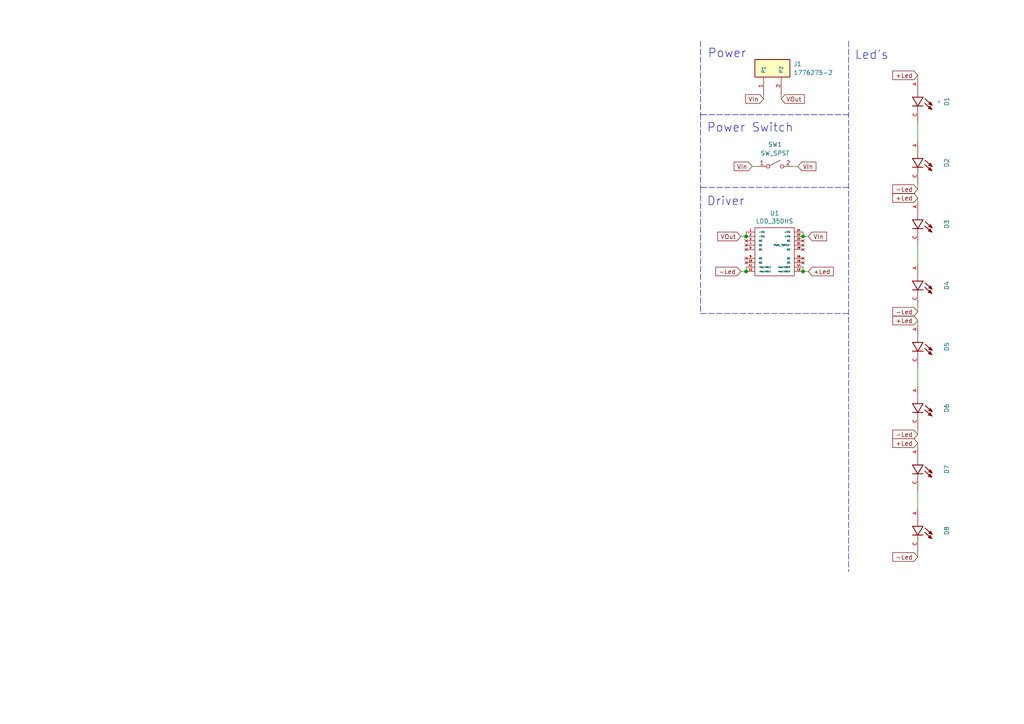
<source format=kicad_sch>
(kicad_sch (version 20230121) (generator eeschema)
  (paper "A4")
  (lib_symbols
    (symbol "1776275-2:1776275-2" (pin_names (offset 1.016))
      (property "Reference" "J" (at -2.5419 5.8463 0))
      (property "Value" "1776275-2" (at -2.5405 -7.6215 0))
      (symbol "1776275-2_0_0"
        (rectangle (start -2.54 -5.08) (end 2.54 5.08) (stroke (width 0.254)) (fill (type background)))
        (pin passive line (at -7.62 2.54 0) (length 5.08) (name "P1") (number "1"))
        (pin passive line (at -7.62 -2.54 0) (length 5.08) (name "P2") (number "2"))
      )
    )
    (symbol "K40-LED_PCB-rescue:LDD_350HS-LDD-350HS_SYMBOL" (pin_names (offset 1.016))
      (property "Reference" "U" (at 0 -19.05 0))
      (property "Value" "LDD_350HS-LDD-350HS_SYMBOL" (at 0 -1.905 0))
      (symbol "LDD_350HS-LDD-350HS_SYMBOL_0_1"
        (rectangle (start -5.715 -3.175) (end 5.715 -17.145))
      )
      (symbol "LDD_350HS-LDD-350HS_SYMBOL_1_1"
        (pin input line (at -8.255 -4.445 0) (length 2.54) (name "-Vin") (number "1"))
        (pin no_connect line (at -8.255 -13.335 0) (length 2.54) (name "NC") (number "10"))
        (pin output line (at -8.255 -14.605 0) (length 2.54) (name "-Vout_\"LED(-)") (number "11"))
        (pin output line (at -8.255 -15.875 0) (length 2.54) (name "-Vout_\"LED(-)") (number "12"))
        (pin output line (at 8.255 -15.875 180) (length 2.54) (name "+Vout_\"LED(+)\"") (number "13"))
        (pin output line (at 8.255 -14.605 180) (length 2.54) (name "+Vout_\"LED(+)\"") (number "14"))
        (pin no_connect line (at 8.255 -13.335 180) (length 2.54) (name "NC") (number "15"))
        (pin no_connect line (at 8.255 -12.065 180) (length 2.54) (name "NC") (number "16"))
        (pin input line (at -8.255 -5.715 0) (length 2.54) (name "-Vin") (number "2"))
        (pin no_connect line (at 8.255 -9.525 180) (length 2.54) (name "NC") (number "20"))
        (pin no_connect line (at 8.255 -8.255 180) (length 2.54) (name "PWM_\"OPEN\"") (number "21"))
        (pin no_connect line (at 8.255 -6.985 180) (length 2.54) (name "NC") (number "22"))
        (pin input line (at 8.255 -5.715 180) (length 2.54) (name "+Vin") (number "23"))
        (pin input line (at 8.255 -4.445 180) (length 2.54) (name "+Vin") (number "24"))
        (pin no_connect line (at -8.255 -6.985 0) (length 2.54) (name "NC") (number "3"))
        (pin no_connect line (at -8.255 -8.255 0) (length 2.54) (name "NC") (number "4"))
        (pin no_connect line (at -8.255 -9.525 0) (length 2.54) (name "NC") (number "5"))
        (pin no_connect line (at -8.255 -12.065 0) (length 2.54) (name "NC") (number "9"))
      )
    )
    (symbol "K40-LED_PCB-rescue:LTST-C190KGKT-LTST-C190KGKT" (pin_names (offset 1.016) hide)
      (property "Reference" "D" (at -3.0988 4.4958 0))
      (property "Value" "LTST-C190KGKT-LTST-C190KGKT" (at -3.556 -3.302 0))
      (symbol "LTST-C190KGKT-LTST-C190KGKT_0_0"
        (polyline (pts (xy -2.54 -1.524) (xy 0 0)) (stroke (width 0.254)))
        (polyline (pts (xy -2.54 0) (xy -5.08 0)) (stroke (width 0.1524)))
        (polyline (pts (xy -2.54 0) (xy -2.54 -1.524)) (stroke (width 0.254)))
        (polyline (pts (xy -2.54 1.524) (xy -2.54 0)) (stroke (width 0.254)))
        (polyline (pts (xy -1.1176 3.683) (xy -0.2286 4.1656)) (stroke (width 0.254)))
        (polyline (pts (xy -0.9398 3.6068) (xy -0.7112 3.7592)) (stroke (width 0.254)))
        (polyline (pts (xy -0.5588 3.2004) (xy -1.1176 3.683)) (stroke (width 0.254)))
        (polyline (pts (xy -0.5588 3.2004) (xy -0.5334 3.937)) (stroke (width 0.254)))
        (polyline (pts (xy -0.5334 3.937) (xy -0.6604 3.937)) (stroke (width 0.254)))
        (polyline (pts (xy -0.2286 4.1656) (xy -2.0066 2.1336)) (stroke (width 0.254)))
        (polyline (pts (xy -0.2286 4.1656) (xy -0.5588 3.2004)) (stroke (width 0.254)))
        (polyline (pts (xy 0 0) (xy -2.54 1.524)) (stroke (width 0.254)))
        (polyline (pts (xy 0 1.524) (xy 0 -1.524)) (stroke (width 0.254)))
        (polyline (pts (xy 0.127 3.5814) (xy 1.016 4.064)) (stroke (width 0.254)))
        (polyline (pts (xy 0.3048 3.5052) (xy 0.5334 3.6576)) (stroke (width 0.254)))
        (polyline (pts (xy 0.6858 3.0988) (xy 0.127 3.5814)) (stroke (width 0.254)))
        (polyline (pts (xy 0.6858 3.0988) (xy 0.7112 3.8354)) (stroke (width 0.254)))
        (polyline (pts (xy 0.7112 3.8354) (xy 0.5842 3.8354)) (stroke (width 0.254)))
        (polyline (pts (xy 1.016 4.064) (xy -0.762 2.032)) (stroke (width 0.254)))
        (polyline (pts (xy 1.016 4.064) (xy 0.6858 3.0988)) (stroke (width 0.254)))
        (pin passive line (at -7.62 0 0) (length 2.54) (name "~") (number "A"))
        (pin passive line (at 5.08 0 180) (length 5.08) (name "~") (number "C"))
      )
    )
    (symbol "Switch:SW_SPST" (pin_names (offset 0) hide)
      (property "Reference" "SW" (at 0 3.175 0))
      (property "Value" "SW_SPST" (at 0 -2.54 0))
      (symbol "SW_SPST_0_0"
        (circle (center -2.032 0) (radius 0.508))
        (polyline (pts (xy -1.524 0.254) (xy 1.524 1.778)))
        (circle (center 2.032 0) (radius 0.508))
      )
      (symbol "SW_SPST_1_1"
        (pin passive line (at -5.08 0 0) (length 2.54) (name "A") (number "1"))
        (pin passive line (at 5.08 0 180) (length 2.54) (name "B") (number "2"))
      )
    )
  )
  (junction (at 216.408 68.58))
  (junction (at 232.918 78.74))
  (junction (at 232.918 68.58))
  (junction (at 216.408 78.74))
  (wire (pts (xy 266.192 53.594) (xy 266.192 54.864)))
  (wire (pts (xy 266.192 92.964) (xy 266.192 94.234)))
  (wire (pts (xy 226.568 27.432) (xy 226.568 28.702)))
  (polyline (pts (xy 203.2 90.932) (xy 246.126 90.932)) (stroke (width 0) (type dash)))
  (wire (pts (xy 216.408 67.31) (xy 216.408 68.58)))
  (wire (pts (xy 266.192 71.374) (xy 266.192 76.454)))
  (wire (pts (xy 266.192 21.844) (xy 266.192 23.114)))
  (wire (pts (xy 266.192 124.714) (xy 266.192 125.984)))
  (wire (pts (xy 266.192 35.814) (xy 266.192 40.894)))
  (wire (pts (xy 266.192 57.404) (xy 266.192 58.674)))
  (polyline (pts (xy 246.126 33.274) (xy 203.2 33.274)) (stroke (width 0) (type dash)))
  (polyline (pts (xy 203.2 54.356) (xy 203.2 90.932)) (stroke (width 0) (type dash)))
  (wire (pts (xy 214.884 78.74) (xy 216.408 78.74)))
  (polyline (pts (xy 246.126 11.938) (xy 246.126 165.862)) (stroke (width 0) (type dash)))
  (wire (pts (xy 232.918 78.74) (xy 234.442 78.74)))
  (wire (pts (xy 266.192 106.934) (xy 266.192 112.014)))
  (wire (pts (xy 221.488 27.432) (xy 221.488 28.702)))
  (wire (pts (xy 216.408 77.47) (xy 216.408 78.74)))
  (wire (pts (xy 266.192 160.274) (xy 266.192 161.544)))
  (wire (pts (xy 266.192 89.154) (xy 266.192 90.424)))
  (wire (pts (xy 219.71 48.26) (xy 218.186 48.26)))
  (wire (pts (xy 214.884 68.58) (xy 216.408 68.58)))
  (wire (pts (xy 266.192 128.524) (xy 266.192 129.794)))
  (wire (pts (xy 232.918 67.31) (xy 232.918 68.58)))
  (polyline (pts (xy 203.2 11.938) (xy 203.2 33.274)) (stroke (width 0) (type dash)))
  (wire (pts (xy 232.918 77.47) (xy 232.918 78.74)))
  (polyline (pts (xy 203.2 33.02) (xy 203.2 54.356)) (stroke (width 0) (type dash)))
  (wire (pts (xy 266.192 142.494) (xy 266.192 147.574)))
  (wire (pts (xy 232.918 68.58) (xy 234.442 68.58)))
  (polyline (pts (xy 246.126 54.356) (xy 203.2 54.356)) (stroke (width 0) (type dash)))
  (wire (pts (xy 229.87 48.26) (xy 231.394 48.26)))
  (text "Power" (at 205.232 17.018 0) (effects (font (size 2.5 2.5)) (justify left bottom)))
  (text "Led's" (at 247.904 17.526 0) (effects (font (size 2.5 2.5)) (justify left bottom)))
  (text "Driver" (at 204.978 59.944 0) (effects (font (size 2.5 2.5)) (justify left bottom)))
  (text "Power Switch" (at 204.978 38.608 0) (effects (font (size 2.5 2.5)) (justify left bottom)))
  (global_label "VOut" (shape input) (at 226.568 28.702 0) (property "Intersheetrefs" "${INTERSHEET_REFS}" (effects hide)))
  (global_label "-Led" (shape input) (at 266.192 125.984 180) (property "Intersheetrefs" "${INTERSHEET_REFS}" (effects hide)))
  (global_label "+Led" (shape input) (at 266.192 57.404 180) (property "Intersheetrefs" "${INTERSHEET_REFS}" (effects hide)))
  (global_label "-Led" (shape input) (at 214.884 78.74 180) (property "Intersheetrefs" "${INTERSHEET_REFS}" (effects hide)))
  (global_label "VIn" (shape input) (at 218.186 48.26 180) (property "Intersheetrefs" "${INTERSHEET_REFS}" (effects hide)))
  (global_label "-Led" (shape input) (at 266.192 90.424 180) (property "Intersheetrefs" "${INTERSHEET_REFS}" (effects hide)))
  (global_label "+Led" (shape input) (at 266.192 128.524 180) (property "Intersheetrefs" "${INTERSHEET_REFS}" (effects hide)))
  (global_label "+Led" (shape input) (at 234.442 78.74 0) (property "Intersheetrefs" "${INTERSHEET_REFS}" (effects hide)))
  (global_label "-Led" (shape input) (at 266.192 161.544 180) (property "Intersheetrefs" "${INTERSHEET_REFS}" (effects hide)))
  (global_label "VIn" (shape input) (at 234.442 68.58 0) (property "Intersheetrefs" "${INTERSHEET_REFS}" (effects hide)))
  (global_label "VOut" (shape input) (at 214.884 68.58 180) (property "Intersheetrefs" "${INTERSHEET_REFS}" (effects hide)))
  (global_label "VIn" (shape input) (at 221.488 28.702 180) (property "Intersheetrefs" "${INTERSHEET_REFS}" (effects hide)))
  (global_label "+Led" (shape input) (at 266.192 21.844 180) (property "Intersheetrefs" "${INTERSHEET_REFS}" (effects hide)))
  (global_label "-Led" (shape input) (at 266.192 54.864 180) (property "Intersheetrefs" "${INTERSHEET_REFS}" (effects hide)))
  (global_label "VIn" (shape input) (at 231.394 48.26 0) (property "Intersheetrefs" "${INTERSHEET_REFS}" (effects hide)))
  (global_label "+Led" (shape input) (at 266.192 92.964 180) (property "Intersheetrefs" "${INTERSHEET_REFS}" (effects hide)))
  (symbol (lib_id "K40-LED_PCB-rescue:LTST-C190KGKT-LTST-C190KGKT") (at 266.192 30.734 270) (unit 1)
    (property "Reference" "D1" (at 274.5994 29.464 0))
    (property "Value" "~" (at 272.288 29.464 0))
    (property "Footprint" "Cree_MX3AWT-A1-R250-000BE3:Cree_MX3AWT-A1-R250-000BE3" (effects hide))
  )
  (symbol (lib_id "K40-LED_PCB-rescue:LTST-C190KGKT-LTST-C190KGKT") (at 266.192 48.514 270) (unit 1)
    (property "Reference" "D2" (at 274.5994 47.244 0))
    (property "Value" "LTST-C190KGKT" (effects hide))
    (property "Footprint" "Cree_MX3AWT-A1-R250-000BE3:Cree_MX3AWT-A1-R250-000BE3" (effects hide))
  )
  (symbol (lib_id "K40-LED_PCB-rescue:LTST-C190KGKT-LTST-C190KGKT") (at 266.192 66.294 270) (unit 1)
    (property "Reference" "D3" (at 274.5994 65.024 0))
    (property "Value" "LTST-C190KGKT" (effects hide))
    (property "Footprint" "Cree_MX3AWT-A1-R250-000BE3:Cree_MX3AWT-A1-R250-000BE3" (effects hide))
  )
  (symbol (lib_id "K40-LED_PCB-rescue:LTST-C190KGKT-LTST-C190KGKT") (at 266.192 84.074 270) (unit 1)
    (property "Reference" "D4" (at 274.5994 82.804 0))
    (property "Value" "LTST-C190KGKT" (effects hide))
    (property "Footprint" "Cree_MX3AWT-A1-R250-000BE3:Cree_MX3AWT-A1-R250-000BE3" (effects hide))
  )
  (symbol (lib_id "K40-LED_PCB-rescue:LDD_350HS-LDD-350HS_SYMBOL") (at 224.663 62.865 0) (unit 1)
    (property "Reference" "U1" (at 224.663 61.849 0))
    (property "Value" "LDD_350HS" (at 224.663 64.1604 0))
    (property "Footprint" "LDD-350HS:LDD-350HS" (effects hide))
  )
  (symbol (lib_id "Switch:SW_SPST") (at 224.79 48.26 0) (unit 1)
    (property "Reference" "SW1" (at 224.79 41.91 0))
    (property "Value" "SW_SPST" (at 224.79 44.45 0))
    (property "Footprint" "RA1113112R:RA1113112R" (effects hide))
  )
  (symbol (lib_id "K40-LED_PCB-rescue:LTST-C190KGKT-LTST-C190KGKT") (at 266.192 101.854 270) (unit 1)
    (property "Reference" "D5" (at 274.5994 100.584 0))
    (property "Value" "LTST-C190KGKT" (effects hide))
    (property "Footprint" "Cree_MX3AWT-A1-R250-000BE3:Cree_MX3AWT-A1-R250-000BE3" (effects hide))
  )
  (symbol (lib_id "K40-LED_PCB-rescue:LTST-C190KGKT-LTST-C190KGKT") (at 266.192 119.634 270) (unit 1)
    (property "Reference" "D6" (at 274.5994 118.364 0))
    (property "Value" "LTST-C190KGKT" (effects hide))
    (property "Footprint" "Cree_MX3AWT-A1-R250-000BE3:Cree_MX3AWT-A1-R250-000BE3" (effects hide))
  )
  (symbol (lib_id "K40-LED_PCB-rescue:LTST-C190KGKT-LTST-C190KGKT") (at 266.192 155.194 270) (unit 1)
    (property "Reference" "D8" (at 274.5994 153.924 0))
    (property "Value" "LTST-C190KGKT" (effects hide))
    (property "Footprint" "Cree_MX3AWT-A1-R250-000BE3:Cree_MX3AWT-A1-R250-000BE3" (effects hide))
  )
  (symbol (lib_id "K40-LED_PCB-rescue:LTST-C190KGKT-LTST-C190KGKT") (at 266.192 137.414 270) (unit 1)
    (property "Reference" "D7" (at 274.5994 136.144 0))
    (property "Value" "LTST-C190KGKT" (effects hide))
    (property "Footprint" "Cree_MX3AWT-A1-R250-000BE3:Cree_MX3AWT-A1-R250-000BE3" (effects hide))
  )
  (symbol (lib_id "1776275-2:1776275-2") (at 224.028 19.812 90) (unit 1)
    (property "Reference" "J1" (at 230.124 18.542 90) (effects (justify right)))
    (property "Value" "1776275-2" (at 230.124 21.082 90) (effects (justify right)))
    (property "Footprint" "2Block_Terminal_1776275_2:TE_1776275-2" (effects hide))
    (property "POSITIONS" "2" (effects hide))
    (property "MANUFACTURER" "TE Connectivity" (effects hide))
    (property "PART_DESCRIPTION" "TERM BLOCK 2POS SIDE ENT 3.5MM" (effects hide))
    (property "SERIES" "Buchanan" (effects hide))
    (property "CURRENT_RATING" "7A" (effects hide))
    (property "DESIGNATOR" "1776275-2" (effects hide))
    (property "ROHS_COMPLIANT" "yes" (effects hide))
    (property "STANDARD" "MANUFACTURER RECOMMENDATIONS" (effects hide))
    (property "VOLTAGE_RATING_AC" "250V" (effects hide))
    (property "LATEST_REVISION_DATE" "04may2016" (effects hide))
    (property "TECHNOLOGY" "Through Hole" (effects hide))
    (property "MANUFACTURER_LINK" "http://www.te.com/commerce/DocumentDelivery/DDEController?Action=srchrtrv&DocNm=1776275&DocType=Customer+Drawing&DocLang=English" (effects hide))
    (property "PART_REV" "R1" (effects hide))
    (property "ORIENTATION" "Vertical" (effects hide))
    (property "PITCH" "3.5mm" (effects hide))
  )
)
</source>
